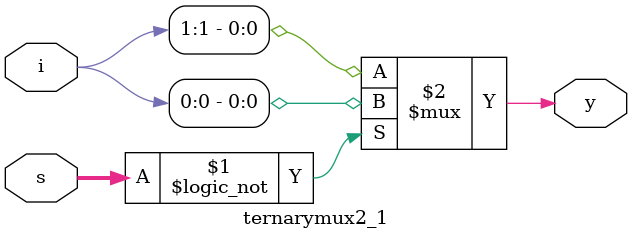
<source format=sv>
module ternarymux2_1(
  input [1:0]i,s,
  output y);
  assign y= (s==1'b0)? i[0]:i[1];
endmodule
</source>
